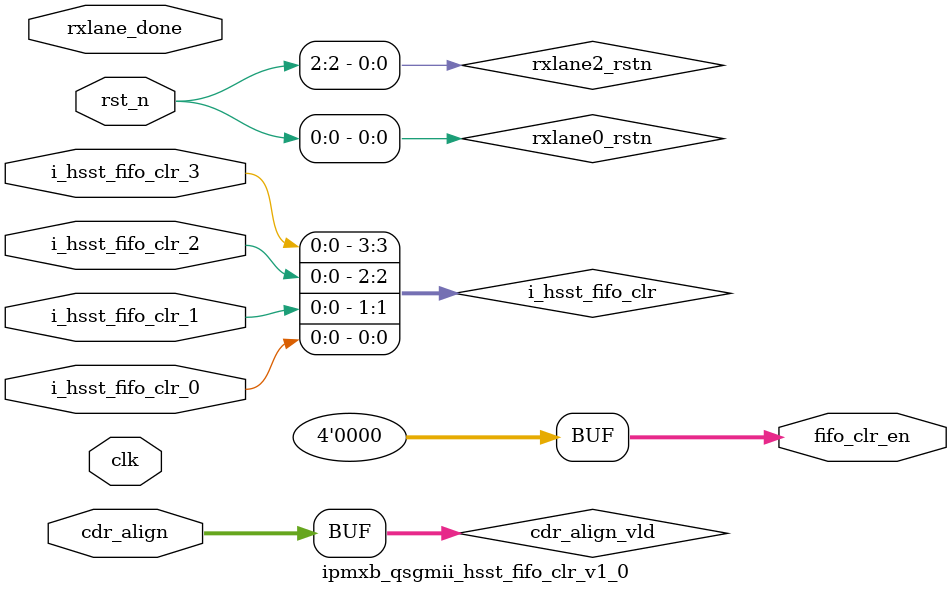
<source format=v>
`timescale 1ns/1ps
module  ipmxb_qsgmii_hsst_fifo_clr_v1_0#(
    parameter CH0_RX_ENABLE                = "TRUE"       , //TRUE:lane0 RX Reset Logic used, FALSE: lane0 RX Reset Logic remove
    parameter CH1_RX_ENABLE                = "TRUE"       , //TRUE:lane1 RX Reset Logic used, FALSE: lane1 RX Reset Logic remove
    parameter CH2_RX_ENABLE                = "TRUE"       , //TRUE:lane2 RX Reset Logic used, FALSE: lane2 RX Reset Logic remove
    parameter CH3_RX_ENABLE                = "TRUE"       , //TRUE:lane3 RX Reset Logic used, FALSE: lane3 RX Reset Logic remove
    parameter CH0_MULT_LANE_MODE           = 1            , //Lane0 --> 1: Singel Lane 2:Two Lane 4:Four Lane
    parameter CH1_MULT_LANE_MODE           = 1            , //Lane1 --> 1: Singel Lane 2:Two Lane 4:Four Lane
    parameter CH2_MULT_LANE_MODE           = 1            , //Lane2 --> 1: Singel Lane 2:Two Lane 4:Four Lane
    parameter CH3_MULT_LANE_MODE           = 1            , //Lane3 --> 1: Singel Lane 2:Two Lane 4:Four Lane
    parameter PCS_CH0_BYPASS_BONDING       = "FALSE"      , //TRUE: Lane0 Bypass Channel Bonding, FALSE: Lane0 No Bypass Channel Bonding
    parameter PCS_CH1_BYPASS_BONDING       = "FALSE"      , //TRUE: Lane1 Bypass Channel Bonding, FALSE: Lane1 No Bypass Channel Bonding
    parameter PCS_CH2_BYPASS_BONDING       = "FALSE"      , //TRUE: Lane2 Bypass Channel Bonding, FALSE: Lane2 No Bypass Channel Bonding
    parameter PCS_CH3_BYPASS_BONDING       = "FALSE"        //TRUE: Lane3 Bypass Channel Bonding, FALSE: Lane3 No Bypass Channel Bonding

)(
    // Reset and Clock
    input  wire                   clk               ,
    input  wire   [3 : 0]         rst_n             ,
    input  wire                   i_hsst_fifo_clr_0 ,
    input  wire                   i_hsst_fifo_clr_1 ,
    input  wire                   i_hsst_fifo_clr_2 ,
    input  wire                   i_hsst_fifo_clr_3 ,
    // HSST Reset Control Signal
    input  wire   [3 : 0]         cdr_align         ,
    input  wire   [3 : 0]         rxlane_done       ,
    output wire   [3 : 0]         fifo_clr_en
);


//****************************************************************************//
//                      Internal Signal                                       //
//****************************************************************************//
reg    [3 : 0]          cdr_align_lock          ;
wire   [3 : 0]          cdr_align_vld           ;
reg    [3 : 0]          cdr_align_vld_ff1       ;
wire   [3 : 0]          cdr_align_vld_pos       ;
wire   [3 : 0]          i_hsst_fifo_clr         ;
wire                    rxlane0_rstn            ;
wire                    rxlane2_rstn            ;
reg    [3 : 0]          tx_fifo_clr_en          ;

//****************************************************************************//
//                      Sequential and Logic                                  //
//****************************************************************************//
assign rxlane0_rstn      = rst_n[0];//master lane0 reset port when lane0 is bonding
assign rxlane2_rstn      = rst_n[2];//master lane2 reset port when lane2 is bonding
assign cdr_align_vld[0]  = (CH0_RX_ENABLE=="TRUE") ? cdr_align[0]: 1'b0;
assign cdr_align_vld[1]  = (CH1_RX_ENABLE=="TRUE") ? cdr_align[1]: 1'b0;
assign cdr_align_vld[2]  = (CH2_RX_ENABLE=="TRUE") ? cdr_align[2]: 1'b0;
assign cdr_align_vld[3]  = (CH3_RX_ENABLE=="TRUE") ? cdr_align[3]: 1'b0;
assign i_hsst_fifo_clr   = {i_hsst_fifo_clr_3,i_hsst_fifo_clr_2,i_hsst_fifo_clr_1,i_hsst_fifo_clr_0};

assign cdr_align_vld_pos = cdr_align_vld & (~cdr_align_vld_ff1);

genvar i;
generate
for(i=0; i<4; i=i+1) begin : CDR_LOCK
    always @ (posedge clk or negedge rst_n[i]) begin
        if(!rst_n[i])
            cdr_align_vld_ff1[i] <= 4'b0;
        else
            cdr_align_vld_ff1[i] <= cdr_align_vld[i];
    end
    always @ (posedge clk or negedge rst_n[i]) begin
         if(!rst_n[i])
             cdr_align_lock[i] <= 1'b0;
         else if(fifo_clr_en[i]==1'b1)
             cdr_align_lock[i] <= 1'b0;
         else if(cdr_align_vld_pos[i]==1'b1)
             cdr_align_lock[i] <= 1'b1;
         else ;
    end
end
endgenerate

generate
if(CH0_MULT_LANE_MODE==4) begin: FOUR_LANE_MODE
    //generate clr enable
    always @ (posedge clk or negedge rxlane0_rstn) begin
        if(!rxlane0_rstn)
            tx_fifo_clr_en <= 4'b0;
        else if(PCS_CH0_BYPASS_BONDING=="TRUE")
            tx_fifo_clr_en <= i_hsst_fifo_clr;
        else if((|cdr_align_lock) && (&rxlane_done))
            tx_fifo_clr_en <= 4'b1111;
        else
            tx_fifo_clr_en <= 4'b0;
    end

    assign fifo_clr_en = tx_fifo_clr_en;
end
else if(CH0_MULT_LANE_MODE==2 && CH2_MULT_LANE_MODE==2) begin:TWO_LANE_MODE
    //generate clr enable
    always @ (posedge clk or negedge rxlane0_rstn) begin
        if(!rxlane0_rstn)
            tx_fifo_clr_en[1:0] <= 2'b0;
        else if(PCS_CH0_BYPASS_BONDING=="TRUE")
            tx_fifo_clr_en[1:0] <= i_hsst_fifo_clr[1:0];
        else if((|cdr_align_lock[1:0]) && (&rxlane_done[1:0]))
            tx_fifo_clr_en[1:0] <= 2'b11;
        else
            tx_fifo_clr_en[1:0] <= 2'b0;
    end

    //generate clr enable
    always @ (posedge clk or negedge rxlane2_rstn) begin
        if(!rxlane2_rstn)
            tx_fifo_clr_en[3:2] <= 2'b0;
        else if(PCS_CH2_BYPASS_BONDING=="TRUE")
            tx_fifo_clr_en[3:2] <= i_hsst_fifo_clr[3:2];
        else if((|cdr_align_lock[3:2]) && (&rxlane_done[3:2]))
            tx_fifo_clr_en[3:2] <= 2'b11;
        else
            tx_fifo_clr_en[3:2] <= 2'b0;
    end

    assign fifo_clr_en = tx_fifo_clr_en;
end
else if(CH0_MULT_LANE_MODE==2) begin:TWO_LANE_MODE0
    //generate clr enable
    always @ (posedge clk or negedge rxlane0_rstn) begin
        if(!rxlane0_rstn)
            tx_fifo_clr_en <= 4'b0000;
        else if(PCS_CH0_BYPASS_BONDING=="TRUE")
            tx_fifo_clr_en <= {2'b00,i_hsst_fifo_clr[1:0]};
        else if((|cdr_align_lock[1:0]) && (&rxlane_done[1:0]))
            tx_fifo_clr_en <= 4'b0011;
        else
            tx_fifo_clr_en <= 4'b0000;
    end

    assign fifo_clr_en = tx_fifo_clr_en;
end
else if(CH2_MULT_LANE_MODE==2) begin:TWO_LANE_MODE1
    //generate clr enable
    always @ (posedge clk or negedge rxlane2_rstn) begin
        if(!rxlane2_rstn)
            tx_fifo_clr_en <= 4'b0000;
        else if(PCS_CH2_BYPASS_BONDING=="TRUE")
            tx_fifo_clr_en <= {i_hsst_fifo_clr[3:2],2'b00};
        else if((|cdr_align_lock[3:2]) && (&rxlane_done[3:2]))
            tx_fifo_clr_en <= 4'b1100;
        else
            tx_fifo_clr_en <= 4'b0000;
    end

    assign fifo_clr_en = tx_fifo_clr_en;
end
else begin : ONE_LANE_MODE
    assign fifo_clr_en = 4'b0;
end
endgenerate

endmodule

</source>
